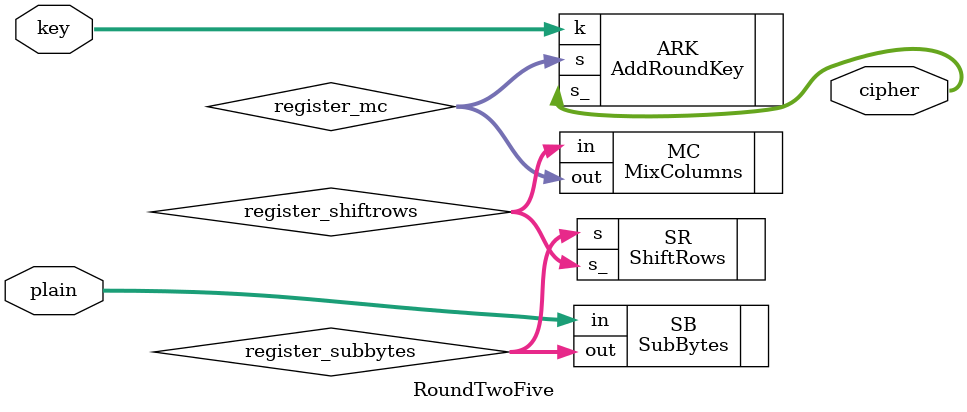
<source format=v>
module RoundTwoFive(
    input [127:0] plain,
    input [127:0] key,
    output [127:0] cipher
    );

wire [127:0] register_subbytes,register_shiftrows,register_mc;

SubBytes SB(.in(plain), .out(register_subbytes));
ShiftRows SR(.s(register_subbytes), .s_(register_shiftrows));
MixColumns MC(.in(register_shiftrows), .out(register_mc));
AddRoundKey ARK(.s(register_mc), .k(key), .s_(cipher));
endmodule
</source>
